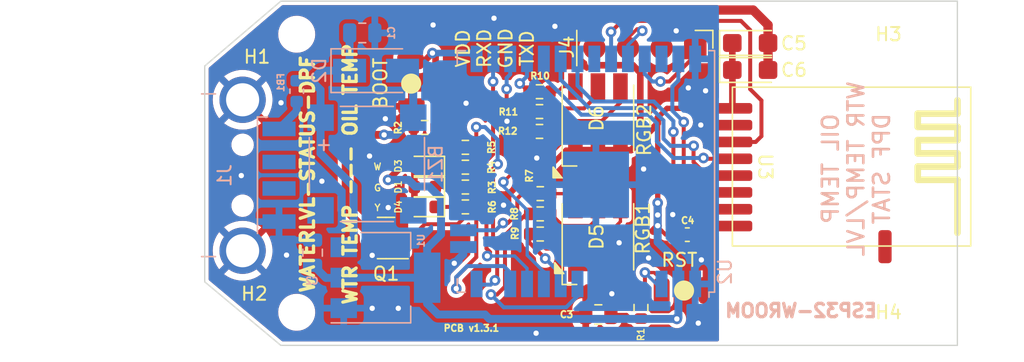
<source format=kicad_pcb>
(kicad_pcb (version 20211014) (generator pcbnew)
  (title_block (comment 4 "AISLER Project ID: KTAIEPWW"))
  (layers (0 "F.Cu" signal) (31 "B.Cu" signal) (34 "B.Paste" user) (35 "F.Paste" user) (36 "B.SilkS" user "B.Silkscreen") (37 "F.SilkS" user "F.Silkscreen") (38 "B.Mask" user) (39 "F.Mask" user) (44 "Edge.Cuts" user))
  (net 0 "")
  (net 1 "GND")
  (net 2 "/VIN")
  (net 3 "/3.3V")
  (net 4 "Net-(D1-Pad1)")
  (net 5 "Net-(BZ1-Pad2)")
  (net 6 "Net-(D3-Pad1)")
  (net 7 "Net-(D4-Pad1)")
  (net 8 "Net-(D5-Pad4)")
  (net 9 "Net-(D5-Pad5)")
  (net 10 "Net-(D5-Pad6)")
  (net 11 "Net-(D6-Pad4)")
  (net 12 "Net-(D6-Pad5)")
  (net 13 "Net-(D6-Pad6)")
  (net 14 "Net-(FB1-Pad1)")
  (net 17 "Net-(J2-Pad2)")
  (net 18 "Net-(J3-Pad2)")
  (net 19 "/STATUS_LED")
  (net 20 "Net-(Q1-Pad1)")
  (net 21 "/WATER_LED")
  (net 22 "/RGB1_G")
  (net 23 "/RGB1_R")
  (net 24 "/RGB1_B")
  (net 25 "/RGB2_G")
  (net 26 "/RGB2_R")
  (net 27 "/RGB2_B")
  (net 28 "Net-(J4-Pad1)")
  (net 29 "Net-(J4-Pad3)")
  (net 30 "/WARNING_BUZZER")
  (net 31 "/NRF_CSN")
  (net 32 "/NRF_SCK")
  (net 33 "/NRF_MOSI")
  (net 34 "/NRF_MISO")
  (net 38 "/NRF_CE")
  (net 40 "/DPF_LED")
  (footprint "mykicad_6:NRF24L01_SMD" (layer "F.Cu") (at 85.6068 25.796 -90)
    (fp_text reference "U3")
    (fp_text value "NRF24L01_SMD")
  )
  (footprint "Resistor_SMD:R_0603_1608Metric" (layer "F.Cu") (at 62.037489 21.640889)
    (fp_text reference "R11")
    (fp_text value "100")
  )
  (footprint "LED_SMD:LED_0603_1608Metric" (layer "F.Cu") (at 53.374989 28.840889 180)
    (fp_text reference "D4")
    (fp_text value "YELLOW_OIL_LED")
  )
  (footprint "MountingHole:MountingHole_2.2mm_M2_DIN965" (layer "F.Cu") (at 43.7 36.8)
    (fp_text reference "H2")
    (fp_text value "MountingHole")
  )
  (footprint "LED_SMD:LED_0603_1608Metric" (layer "F.Cu") (at 53.374989 27.340889 180)
    (fp_text reference "D1")
    (fp_text value "GREEN_LED")
  )
  (footprint "Resistor_SMD:R_0603_1608Metric" (layer "F.Cu") (at 56.437489 27.340889 180)
    (fp_text reference "R3")
    (fp_text value "220")
  )
  (footprint "Resistor_SMD:R_0603_1608Metric" (layer "F.Cu") (at 62.037489 23.140889)
    (fp_text reference "R12")
    (fp_text value "100")
  )
  (footprint "Resistor_SMD:R_0603_1608Metric" (layer "F.Cu") (at 62.037489 20.140889)
    (fp_text reference "R10")
    (fp_text value "100")
  )
  (footprint "LED_SMD:LED_0603_1608Metric" (layer "F.Cu") (at 53.374989 25.7556 180)
    (fp_text reference "D3")
    (fp_text value "WHITE_LED")
  )
  (footprint "MountingHole:MountingHole_2.2mm_M2_DIN965" (layer "F.Cu") (at 91.7 15.8)
    (fp_text reference "H3")
    (fp_text value "MountingHole")
  )
  (footprint "Resistor_SMD:R_0603_1608Metric" (layer "F.Cu") (at 56.437489 25.840889 180)
    (fp_text reference "R4")
    (fp_text value "220")
  )
  (footprint "Capacitor_Tantalum_SMD:CP_EIA-3216-18_Kemet-A" (layer "F.Cu") (at 77.95 16.46)
    (fp_text reference "C5")
    (fp_text value "22uF")
  )
  (footprint "Resistor_SMD:R_0603_1608Metric" (layer "F.Cu") (at 62.09 29.37)
    (fp_text reference "R8")
    (fp_text value "100")
  )
  (footprint "Resistor_SMD:R_0603_1608Metric" (layer "F.Cu") (at 62.095 27.84)
    (fp_text reference "R7")
    (fp_text value "100")
  )
  (footprint "Capacitor_SMD:C_0603_1608Metric" (layer "F.Cu") (at 73.2028 30.9372)
    (fp_text reference "C4")
    (fp_text value "100nF")
  )
  (footprint "Package_TO_SOT_SMD:SOT-23" (layer "F.Cu") (at 50.4444 31.1912 180)
    (fp_text reference "Q1")
    (fp_text value "BC848CLT1G")
  )
  (footprint "LED_SMD:LED_RGB_5050-6" (layer "F.Cu") (at 66.45 22.15 90)
    (fp_text reference "D6")
    (fp_text value "LED_RGB")
  )
  (footprint "Connector_PinHeader_2.54mm:PinHeader_1x04_P2.54mm_Vertical" (layer "F.Cu") (at 73.802489 16.840889 -90)
    (fp_text reference "J4")
    (fp_text value "UART")
  )
  (footprint "LED_SMD:LED_RGB_5050-6" (layer "F.Cu") (at 66.45 31.1 90)
    (fp_text reference "D5")
    (fp_text value "LED_RGB")
  )
  (footprint "Capacitor_Tantalum_SMD:CP_EIA-3216-18_Kemet-A" (layer "F.Cu") (at 77.95 18.5)
    (fp_text reference "C6")
    (fp_text value "22uF")
  )
  (footprint "MountingHole:MountingHole_2.2mm_M2_DIN965" (layer "F.Cu") (at 43.7 15.8)
    (fp_text reference "H1")
    (fp_text value "MountingHole")
  )
  (footprint "Resistor_SMD:R_0603_1608Metric" (layer "F.Cu") (at 56.437489 24.340889 180)
    (fp_text reference "R5")
    (fp_text value "100")
  )
  (footprint "Capacitor_SMD:C_0805_2012Metric" (layer "F.Cu") (at 66.48 36.97 180)
    (fp_text reference "C3")
    (fp_text value "10uF")
  )
  (footprint "my_kicad:B3U-1000P_Button" (layer "F.Cu") (at 72.962489 35.140889 180)
    (fp_text reference "J2" hide)
    (fp_text value "RST")
  )
  (footprint "MountingHole:MountingHole_2.2mm_M2_DIN965" (layer "F.Cu") (at 91.7 36.8)
    (fp_text reference "H4")
    (fp_text value "MountingHole")
  )
  (footprint "my_kicad:B3U-1000P_Button" (layer "F.Cu") (at 52.362489 19.540889 90)
    (fp_text reference "J3" hide)
    (fp_text value "BOOT")
  )
  (footprint "Resistor_SMD:R_0603_1608Metric" (layer "F.Cu") (at 62.09 30.89)
    (fp_text reference "R9")
    (fp_text value "100")
  )
  (footprint "Resistor_SMD:R_0603_1608Metric" (layer "F.Cu") (at 53.362489 22.840889)
    (fp_text reference "R2")
    (fp_text value "10k")
  )
  (footprint "Resistor_SMD:R_0603_1608Metric" (layer "F.Cu") (at 56.437489 28.840889 180)
    (fp_text reference "R6")
    (fp_text value "220")
  )
  (footprint "Resistor_SMD:R_0603_1608Metric" (layer "F.Cu") (at 69.7 36.45 90)
    (fp_text reference "R1")
    (fp_text value "10k")
  )
  (footprint "Capacitor_SMD:C_0805_2012Metric" (layer "B.Cu") (at 44.9 32.3 -90)
    (fp_text reference "C2")
    (fp_text value "10uF")
  )
  (footprint "RF_Module:ESP32-WROOM-32U" (layer "B.Cu") (at 65.54 26.16 90)
    (fp_text reference "U2")
    (fp_text value "ESP32-WROOM-32")
  )
  (footprint "Diode_SMD:D_SMA" (layer "B.Cu") (at 49.69 18.55)
    (fp_text reference "D2")
    (fp_text value "D")
  )
  (footprint "Buzzer_Beeper:PUIAudio_SMT_0825_S_4_R" (layer "B.Cu") (at 49 25.6 -90)
    (fp_text reference "BZ1")
    (fp_text value "Buzzer")
  )
  (footprint "mykicad_6:USB_A_CNCTech_1001-011-01101_Horizontal" (layer "B.Cu") (at 32.7134 26.45 180)
    (fp_text reference "J1")
    (fp_text value "USB_A")
  )
  (footprint "Inductor_SMD:L_0603_1608Metric" (layer "B.Cu") (at 43.7 20.1 90)
    (fp_text reference "FB1")
    (fp_text value "FerriteBead_Small")
  )
  (footprint "Package_TO_SOT_SMD:SOT-223-3_TabPin2" (layer "B.Cu") (at 50.4 34.1884)
    (fp_text reference "U1")
    (fp_text value "NCP1117-3.3_DPAK")
  )
  (footprint "Capacitor_SMD:C_0805_2012Metric" (layer "B.Cu") (at 48.65 15.7 180)
    (fp_text reference "C1")
    (fp_text value "10uF")
  )
  (gr_poly (pts (xy 63.825 33.85) (xy 63.2 33.85) (xy 63.2 33.075)) (layer "F.SilkS") (width 0.15) (fill solid))
  (gr_poly (pts (xy 63.7 26.625) (xy 63.075 26.625) (xy 63.075 25.85)) (layer "F.SilkS") (width 0.15) (fill solid))
  (gr_line (start 93.6 39.3) (end 93.6 13.3) (layer "Edge.Cuts") (width 0.1))
  (gr_line (start 36.75 34.5) (end 36.75 18.2) (layer "Edge.Cuts") (width 0.1))
  (gr_line (start 93.6 13.3) (end 42.5 13.3) (layer "Edge.Cuts") (width 0.1))
  (gr_line (start 36.75 18.2) (end 42.5 13.3) (layer "Edge.Cuts") (width 0.1))
  (gr_line (start 93.6 39.3) (end 42.5 39.3) (layer "Edge.Cuts") (width 0.1))
  (gr_line (start 42.5 39.3) (end 36.75 34.5) (layer "Edge.Cuts") (width 0.1))
  (gr_text "OIL TEMP\nWTR TEMP/LVL\nDPF STAT" (at 85.95 25.96 90) (layer "B.SilkS") (effects (font (size 1.2 1.2) (thickness 0.2)) (justify mirror)))
  (gr_text "ESP32-WROOM\n" (at 81.788 36.6776) (layer "B.SilkS") (effects (font (size 1 1) (thickness 0.25)) (justify mirror)))
  (gr_text "RGB2" (at 69.95 23.025 90) (layer "F.SilkS") (effects (font (size 1 1))))
  (gr_text "W" (at 49.8 25.8) (layer "F.SilkS") (effects (font (size 0.5 0.5) (thickness 0.1))))
  (gr_text "RST\n" (at 72.6 32.85) (layer "F.SilkS") (effects (font (size 1 1))))
  (gr_text "VDD\nRXD\nGND\nTXD\n" (at 58.674 16.8656 90) (layer "F.SilkS") (effects (font (size 1 1))))
  (gr_text "G\n" (at 49.8 27.4) (layer "F.SilkS") (effects (font (size 0.5 0.5) (thickness 0.1))))
  (gr_text "BOOT" (at 50.02 19.51 90) (layer "F.SilkS") (effects (font (size 1 1))))
  (gr_text "PCB v1.3.1\n" (at 56.896 38) (layer "F.SilkS") (effects (font (size 0.5 0.5) (thickness 0.125))))
  (gr_text "Y" (at 49.8 28.9) (layer "F.SilkS") (effects (font (size 0.5 0.5) (thickness 0.1))))
  (gr_text "RGB1\n" (at 69.85 30.45 90) (layer "F.SilkS") (effects (font (size 1 1))))
  (gr_text "WATERLVL-STATUS-DPF\n\nWTR TEMP --- OIL TEMP" (at 46.1264 26.3652 90) (layer "F.SilkS") (effects (font (size 1 1) (thickness 0.25))))
  (segment (start 73.6 29.64) (end 73.38 29.42) (width 0.25) (layer "F.Cu") (net 1))
  (segment (start 78.17 13.97) (end 75.06 13.97) (width 0.7) (layer "F.Cu") (net 1))
  (segment (start 73.9778 30.0178) (end 73.6 29.64) (width 0.25) (layer "F.Cu") (net 1))
  (segment (start 50.3936 22.183502) (end 51.419876 22.183502) (width 0.5) (layer "F.Cu") (net 1))
  (segment (start 50.61 28.89) (end 51.3819 29.6619) (width 0.3) (layer "F.Cu") (net 1))
  (segment (start 71.262489 16.640889) (end 72.362489 15.540889) (width 0.3) (layer "F.Cu") (net 1))
  (segment (start 79.3 15.1) (end 78.17 13.97) (width 0.7) (layer "F.Cu") (net 1))
  (segment (start 74.228 22.666) (end 74.2188 22.6568) (width 0.5) (layer "F.Cu") (net 1))
  (segment (start 74.662489 35.140889) (end 74.662489 36.987511) (width 0.6) (layer "F.Cu") (net 1))
  (segment (start 76.6068 22.666) (end 74.228 22.666) (width 0.5) (layer "F.Cu") (net 1))
  (segment (start 51.3819 29.6619) (end 51.3819 30.2412) (width 0.3) (layer "F.Cu") (net 1))
  (segment (start 79.3 18.5) (end 79.3 16.45) (width 0.7) (layer "F.Cu") (net 1))
  (segment (start 74.662489 35.140889) (end 74.662489 33.240889) (width 0.6) (layer "F.Cu") (net 1))
  (segment (start 73.9778 30.9372) (end 73.9778 30.0178) (width 0.25) (layer "F.Cu") (net 1))
  (segment (start 71.262489 16.840889) (end 71.262489 16.640889) (width 0.3) (layer "F.Cu") (net 1))
  (segment (start 51.419876 22.183502) (end 52.362489 21.240889) (width 0.5) (layer "F.Cu") (net 1))
  (segment (start 73.38 29.42) (end 72.1 29.42) (width 0.25) (layer "F.Cu") (net 1))
  (segment (start 74.662489 33.240889) (end 74.262489 32.840889) (width 0.6) (layer "F.Cu") (net 1))
  (segment (start 74.662489 36.987511) (end 73.91 37.86) (width 0.6) (layer "F.Cu") (net 1))
  (segment (start 79.3 16.45) (end 79.3 15.1) (width 0.7) (layer "F.Cu") (net 1))
  (via (at 49.2 25) (size 0.8) (drill 0.4) (layers "F.Cu" "B.Cu") (net 1))
  (via (at 73.276489 19.852889) (size 0.8) (drill 0.4) (layers "F.Cu" "B.Cu") (net 1))
  (via (at 72.362489 15.540889) (size 0.8) (drill 0.4) (layers "F.Cu" "B.Cu") (net 1))
  (via (at 59.58 22.37) (size 0.8) (drill 0.4) (layers "F.Cu" "B.Cu") (net 1))
  (via (at 42.93 32.48) (size 0.8) (drill 0.4) (layers "F.Cu" "B.Cu") (net 1))
  (via (at 51.37 36.5) (size 0.8) (drill 0.4) (layers "F.Cu" "B.Cu") (net 1))
  (via (at 72.1 29.42) (size 0.8) (drill 0.4) (layers "F.Cu" "B.Cu") (net 1))
  (via (at 74.2188 22.6568) (size 0.8) (drill 0.4) (layers "F.Cu" "B.Cu") (net 1))
  (via (at 55.6 33.1) (size 0.8) (drill 0.4) (layers "F.Cu" "B.Cu") (net 1))
  (via (at 39.5134 26.475) (size 0.8) (drill 0.4) (layers "F.Cu" "B.Cu") (net 1))
  (via (at 56.49 21.01) (size 0.8) (drill 0.4) (layers "F.Cu" "B.Cu") (net 1))
  (via (at 45.6 26.9) (size 0.8) (drill 0.4) (layers "F.Cu" "B.Cu") (net 1))
  (via (at 63.2 15.2) (size 0.8) (drill 0.4) (layers "F.Cu" "B.Cu") (net 1))
  (via (at 58.6 14.59) (size 0.8) (drill 0.4) (layers "F.Cu" "B.Cu") (net 1))
  (via (at 50.3936 22.183502) (size 0.8) (drill 0.4) (layers "F.Cu" "B.Cu") (net 1))
  (via (at 50.61 28.89) (size 0.8) (drill 0.4) (layers "F.Cu" "B.Cu") (net 1))
  (via (at 67.5 35.4) (size 0.8) (drill 0.4) (layers "F.Cu" "B.Cu") (net 1))
  (via (at 49.4 32.5) (size 0.8) (drill 0.4) (layers "F.Cu" "B.Cu") (net 1))
  (via (at 68.05 31.55) (size 0.8) (drill 0.4) (layers "F.Cu" "B.Cu") (net 1))
  (via (at 59.32 28.71) (size 0.8) (drill 0.4) (layers "F.Cu" "B.Cu") (net 1))
  (via (at 42.5134 20.975) (size 0.8) (drill 0.4) (layers "F.Cu" "B.Cu") (net 1))
  (via (at 69.9 25.98) (size 0.8) (drill 0.4) (layers "F.Cu" "B.Cu") (net 1))
  (via (at 61.83 25.15) (size 0.8) (drill 0.4) (layers "F.Cu" "B.Cu") (net 1))
  (via (at 74.262489 32.840889) (size 0.8) (drill 0.4) (layers "F.Cu" "B.Cu") (net 1))
  (via (at 49.4 36.5) (size 0.8) (drill 0.4) (layers "F.Cu" "B.Cu") (net 1))
  (via (at 74.58 20.07) (size 0.8) (drill 0.4) (layers "F.Cu" "B.Cu") (net 1))
  (via (at 70.275 32.7) (size 0.8) (drill 0.4) (layers "F.Cu" "B.Cu") (net 1))
  (via (at 74.03 37.62) (size 0.8) (drill 0.4) (layers "F.Cu" "B.Cu") (net 1))
  (via (at 54 15.1) (size 0.8) (drill 0.4) (layers "F.Cu" "B.Cu") (net 1))
  (via (at 61.78 38.38) (size 0.8) (drill 0.4) (layers "F.Cu" "B.Cu") (net 1))
  (segment (start 73.767489 35.165889) (end 73.767489 33.335889) (width 0.6) (layer "B.Cu") (net 1))
  (segment (start 56.277 32.423) (end 55.6 33.1) (width 0.6) (layer "B.Cu") (net 1))
  (segment (start 73.767489 33.335889) (end 74.262489 32.840889) (width 0.6) (layer "B.Cu") (net 1))
  (segment (start 73.795 19.334378) (end 73.276489 19.852889) (width 0.3) (layer "B.Cu") (net 1))
  (segment (start 56.277 31.9278) (end 56.277 32.423) (width 0.6) (layer "B.Cu") (net 1))
  (segment (start 73.795 17.66) (end 73.795 19.334378) (width 0.3) (layer "B.Cu") (net 1))
  (segment (start 43.7125 19.3) (end 43.7 19.3125) (width 0.6) (layer "B.Cu") (net 2))
  (segment (start 45.5 22.1) (end 45.5 20) (width 0.6) (layer "B.Cu") (net 2))
  (segment (start 48 27.3) (end 48 31.1384) (width 0.6) (layer "B.Cu") (net 2))
  (segment (start 45.5 24.8) (end 48 27.3) (width 0.6) (layer "B.Cu") (net 2))
  (segment (start 47.69 15.71) (end 47.7 15.7) (width 0.6) (layer "B.Cu") (net 2))
  (segment (start 45.5 20) (end 44.8 19.3) (width 0.6) (layer "B.Cu") (net 2))
  (segment (start 44.8 19.3) (end 43.7125 19.3) (width 0.6) (layer "B.Cu") (net 2))
  (segment (start 45.5 22.1) (end 45.5 24.8) (width 0.6) (layer "B.Cu") (net 2))
  (segment (start 48 31.1384) (end 47.25 31.8884) (width 0.6) (layer "B.Cu") (net 2))
  (segment (start 45.55 18.55) (end 44.8 19.3) (width 0.6) (layer "B.Cu") (net 2))
  (segment (start 47.69 18.55) (end 45.55 18.55) (width 0.6) (layer "B.Cu") (net 2))
  (segment (start 47.69 18.55) (end 47.69 15.71) (width 0.6) (layer "B.Cu") (net 2))
  (segment (start 69.725 37.3) (end 72.41 37.3) (width 0.25) (layer "F.Cu") (net 3))
  (segment (start 69.65 23.85) (end 68.95 24.55) (width 0.5) (layer "F.Cu") (net 3))
  (segment (start 66.45 24.55) (end 64.75 24.55) (width 0.5) (layer "F.Cu") (net 3))
  (segment (start 70.962489 29.557511) (end 70.962489 28.540889) (width 0.6) (layer "F.Cu") (net 3))
  (segment (start 68.15 24.55) (end 66.45 24.55) (width 0.5) (layer "F.Cu") (net 3))
  (segment (start 68.95 24.55) (end 68.15 24.55) (width 0.5) (layer "F.Cu") (net 3))
  (segment (start 76.6 16.45) (end 76.6 18.5) (width 0.5) (layer "F.Cu") (net 3))
  (segment (start 69.65 23.85) (end 70.9676 22.5324) (width 0.5) (layer "F.Cu") (net 3))
  (segment (start 68.925 37.275) (end 69.7 37.275) (width 0.25) (layer "F.Cu") (net 3))
  (segment (start 64.04 31.94) (end 64.75 32.65) (width 0.4) (layer "F.Cu") (net 3))
  (segment (start 62.09 26.51) (end 62.09 31.48) (width 0.4) (layer "F.Cu") (net 3))
  (segment (start 76.6068 18.5068) (end 76.6 18.5) (width 0.5) (layer "F.Cu") (net 3))
  (segment (start 76.6068 21.396) (end 76.6068 18.5068) (width 0.5) (layer "F.Cu") (net 3))
  (segment (start 52.537489 25.7056) (end 52.587489 25.7556) (width 0.5) (layer "F.Cu") (net 3))
  (segment (start 52.587489 25.7556) (end 52.587489 27.340889) (width 0.5) (layer "F.Cu") (net 3))
  (segment (start 64.75 24.55) (end 64.05 24.55) (width 0.4) (layer "F.Cu") (net 3))
  (segment (start 70.9676 22.098) (end 70.9676 28.535778) (width 0.4) (layer "F.Cu") (net 3))
  (segment (start 70.64 30.66) (end 70.962489 30.337511) (width 0.6) (layer "F.Cu") (net 3))
  (segment (start 71.6696 21.396) (end 70.9676 22.098) (width 0.4) (layer "F.Cu") (net 3))
  (segment (start 69.65 18.7) (end 69.65 23.85) (width 0.5) (layer "F.Cu") (net 3))
  (segment (start 67.43 36.97) (end 68.62 36.97) (width 0.25) (layer "F.Cu") (net 3))
  (segment (start 66.182489 16.840889) (end 66.182489 17.842489) (width 0.5) (layer "F.Cu") (net 3))
  (segment (start 62.09 31.48) (end 62.55 31.94) (width 0.4) (layer "F.Cu") (net 3))
  (segment (start 64.05 24.55) (end 62.09 26.51) (width 0.4) (layer "F.Cu") (net 3))
  (segment (start 64.75 33.5) (end 66.45 33.5) (width 0.4) (layer "F.Cu") (net 3))
  (segment (start 69.7 37.275) (end 69.725 37.3) (width 0.25) (layer "F.Cu") (net 3))
  (segment (start 64.75 32.65) (end 64.75 33.5) (width 0.4) (layer "F.Cu") (net 3))
  (segment (start 71.562178 30.9372) (end 70.962489 30.337511) (width 0.3) (layer "F.Cu") (net 3))
  (segment (start 76.6068 21.396) (end 71.6696 21.396) (width 0.4) (layer "F.Cu") (net 3))
  (segment (start 62.55 31.94) (end 64.04 31.94) (width 0.4) (layer "F.Cu") (net 3))
  (segment (start 51.6444 25.7556) (end 52.587489 25.7556) (width 0.5) (layer "F.Cu") (net 3))
  (segment (start 66.182489 17.842489) (end 66.480889 18.140889) (width 0.5) (layer "F.Cu") (net 3))
  (segment (start 50.6 26.8) (end 51.6444 25.7556) (width 0.5) (layer "F.Cu") (net 3))
  (segment (start 72.4278 30.9372) (end 71.562178 30.9372) (width 0.3) (layer "F.Cu") (net 3))
  (segment (start 66.45 33.5) (end 68.15 33.5) (width 0.4) (layer "F.Cu") (net 3))
  (segment (start 70.962489 30.337511) (end 70.962489 30.257511) (width 0.6) (layer "F.Cu") (net 3))
  (segment (start 69.090889 18.140889) (end 69.65 18.7) (width 0.5) (layer "F.Cu") (net 3))
  (segment (start 68.62 36.97) (end 68.925 37.275) (width 0.25) (layer "F.Cu") (net 3))
  (segment (start 52.537489 22.840889) (end 52.537489 25.7056) (width 0.5) (layer "F.Cu") (net 3))
  (segment (start 70.962489 30.257511) (end 70.962489 29.557511) (width 0.6) (layer "F.Cu") (net 3))
  (segment (start 52.587489 28.840889) (end 52.587489 27.340889) (width 0.5) (layer "F.Cu") (net 3))
  (segment (start 66.480889 18.140889) (end 69.090889 18.140889) (width 0.5) (layer "F.Cu") (net 3))
  (segment (start 70.9676 28.535778) (end 70.962489 28.540889) (width 0.4) (layer "F.Cu") (net 3))
  (segment (start 70.9676 22.5324) (end 70.9676 22.098) (width 0.5) (layer "F.Cu") (net 3))
  (via (at 70.962489 30.257511) (size 0.6) (drill 0.4) (layers "F.Cu" "B.Cu") (net 3))
  (via (at 50.6 26.8) (size 0.8) (drill 0.4) (layers "F.Cu" "B.Cu") (net 3))
  (via (at 72.41 37.3) (size 0.8) (drill 0.4) (layers "F.Cu" "B.Cu") (net 3))
  (via (at 70.962489 29.45) (size 0.6) (drill 0.4) (layers "F.Cu" "B.Cu") (net 3))
  (via (at 70.962489 28.540889) (size 0.8) (drill 0.4) (layers "F.Cu" "B.Cu") (net 3))
  (segment (start 72.53 37.18) (end 72.53 34.665) (width 0.6) (layer "B.Cu") (net 3))
  (segment (start 52.6492 27.3) (end 53.699022 27.3) (width 0.6) (layer "B.Cu") (net 3))
  (segment (start 72.525 33.06) (end 70.962489 31.497489) (width 0.6) (layer "B.Cu") (net 3))
  (segment (start 50.6 26.8) (end 52.1492 26.8) (width 0.6) (layer "B.Cu") (net 3))
  (segment (start 70.962489 31.497489) (end 70.962489 28.540889) (width 0.6) (layer "B.Cu") (net 3))
  (segment (start 47.2384 34.2) (end 47.25 34.1884) (width 0.6) (layer "B.Cu") (net 3))
  (segment (start 52.1492 26.8) (end 52.6492 27.3) (width 0.6) (layer "B.Cu") (net 3))
  (segment (start 53.55 36.14) (end 53.55 34.1884) (width 0.6) (layer "B.Cu") (net 3))
  (segment (start 45.9 34.2) (end 47.2384 34.2) (width 0.6) (layer "B.Cu") (net 3))
  (segment (start 72.525 34.66) (end 72.525 33.06) (width 0.6) (layer "B.Cu") (net 3))
  (segment (start 54.38 36.97) (end 53.55 36.14) (width 0.6) (layer "B.Cu") (net 3))
  (segment (start 54.6 30.91) (end 53.55 31.96) (width 0.6) (layer "B.Cu") (net 3))
  (segment (start 53.699022 27.3) (end 54.6 28.200978) (width 0.6) (layer "B.Cu") (net 3))
  (segment (start 54.6 28.200978) (end 54.6 30.91) (width 0.6) (layer "B.Cu") (net 3))
  (segment (start 72.41 37.3) (end 72.53 37.18) (width 0.6) (layer "B.Cu") (net 3))
  (segment (start 72.41 37.3) (end 58.25 37.3) (width 0.6) (layer "B.Cu") (net 3))
  (segment (start 47.25 34.1884) (end 53.55 34.1884) (width 0.6) (layer "B.Cu") (net 3))
  (segment (start 44.95 33.25) (end 45.9 34.2) (width 0.6) (layer "B.Cu") (net 3))
  (segment (start 58.25 37.3) (end 57.92 36.97) (width 0.6) (layer "B.Cu") (net 3))
  (segment (start 53.55 31.96) (end 53.55 34.1884) (width 0.6) (layer "B.Cu") (net 3))
  (segment (start 44.9 33.25) (end 44.95 33.25) (width 0.6) (layer "B.Cu") (net 3))
  (segment (start 57.92 36.97) (end 54.38 36.97) (width 0.6) (layer "B.Cu") (net 3))
  (segment (start 54.162489 27.340889) (end 55.612489 27.340889) (width 0.3) (layer "F.Cu") (net 4))
  (segment (start 47.4 24.5) (end 47.4 29.0843) (width 0.6) (layer "F.Cu") (net 5))
  (segment (start 47.4 29.0843) (end 49.5069 31.1912) (width 0.6) (layer "F.Cu") (net 5))
  (segment (start 50.3 23.4) (end 48.5 23.4) (width 0.6) (layer "F.Cu") (net 5))
  (segment (start 48.5 23.4) (end 47.4 24.5) (width 0.6) (layer "F.Cu") (net 5))
  (via (at 50.3 23.4) (size 0.8) (drill 0.4) (layers "F.Cu" "B.Cu") (net 5))
  (segment (start 51.69 18.55) (end 52.5 19.36) (width 0.6) (layer "B.Cu") (net 5))
  (segment (start 52.5 19.36) (end 52.5 22.1) (width 0.6) (layer "B.Cu") (net 5))
  (segment (start 52.5 22.1) (end 51.2 23.4) (width 0.6) (layer "B.Cu") (net 5))
  (segment (start 51.2 23.4) (end 50.3 23.4) (width 0.6) (layer "B.Cu") (net 5))
  (segment (start 54.856311 24.340889) (end 55.612489 24.340889) (width 0.5) (layer "F.Cu") (net 6))
  (segment (start 54.162489 25.034711) (end 54.856311 24.340889) (width 0.5) (layer "F.Cu") (net 6))
  (segment (start 54.162489 25.7556) (end 54.162489 25.034711) (width 0.5) (layer "F.Cu") (net 6))
  (segment (start 55.612489 28.840889) (end 54.162489 28.840889) (width 0.3) (layer "F.Cu") (net 7))
  (segment (start 67.21 30.89) (end 68.15 29.95) (width 0.25) (layer "F.Cu") (net 8))
  (segment (start 68.15 29.95) (end 68.15 28.7) (width 0.25) (layer "F.Cu") (net 8))
  (segment (start 62.915 30.89) (end 67.21 30.89) (width 0.25) (layer "F.Cu") (net 8))
  (segment (start 63.795 30.25) (end 65.85 30.25) (width 0.25) (layer "F.Cu") (net 9))
  (segment (start 62.915 29.37) (end 63.795 30.25) (width 0.25) (layer "F.Cu") (net 9))
  (segment (start 66.45 29.65) (end 66.45 28.7) (width 0.25) (layer "F.Cu") (net 9))
  (segment (start 65.85 30.25) (end 66.45 29.65) (width 0.25) (layer "F.Cu") (net 9))
  (segment (start 63.89 27.84) (end 64.75 28.7) (width 0.25) (layer "F.Cu") (net 10))
  (segment (start 62.92 27.84) (end 63.89 27.84) (width 0.25) (layer "F.Cu") (net 10))
  (segment (start 66.75 22.35) (end 68.15 20.95) (width 0.3) (layer "F.Cu") (net 11))
  (segment (start 68.15 20.95) (end 68.15 19.75) (width 0.3) (layer "F.Cu") (net 11))
  (segment (start 64.12 22.35) (end 66.75 22.35) (width 0.3) (layer "F.Cu") (net 11))
  (segment (start 62.862489 23.140889) (end 63.329111 23.140889) (width 0.3) (layer "F.Cu") (net 11))
  (segment (start 63.329111 23.140889) (end 64.12 22.35) (width 0.3) (layer "F.Cu") (net 11))
  (segment (start 62.862489 21.640889) (end 63.103378 21.4) (width 0.3) (layer "F.Cu") (net 12))
  (segment (start 62.862489 21.640889) (end 62.8716 21.65) (width 0.3) (layer "F.Cu") (net 12))
  (segment (start 66.45 20.35) (end 66.45 19.75) (width 0.3) (layer "F.Cu") (net 12))
  (segment (start 65.4 21.4) (end 66.45 20.35) (width 0.3) (layer "F.Cu") (net 12))
  (segment (start 63.103378 21.4) (end 65.4 21.4) (width 0.3) (layer "F.Cu") (net 12))
  (segment (start 63.409111 20.140889) (end 63.8 19.75) (width 0.25) (layer "F.Cu") (net 13))
  (segment (start 62.862489 20.140889) (end 63.409111 20.140889) (width 0.25) (layer "F.Cu") (net 13))
  (segment (start 63.8 19.75) (end 64.75 19.75) (width 0.25) (layer "F.Cu") (net 13))
  (segment (start 43.7 20.8875) (end 43.7 21.6134) (width 0.6) (layer "B.Cu") (net 14))
  (segment (start 43.7 21.6134) (end 42.3634 22.95) (width 0.6) (layer "B.Cu") (net 14))
  (segment (start 71.262489 34.362489) (end 70.7 33.8) (width 0.25) (layer "F.Cu") (net 17))
  (segment (start 71.262489 35.210889) (end 71.262489 34.362489) (width 0.25) (layer "F.Cu") (net 17))
  (segment (start 70 33.8) (end 70 35.325) (width 0.3) (layer "F.Cu") (net 17))
  (segment (start 70.7 33.8) (end 70 33.8) (width 0.25) (layer "F.Cu") (net 17))
  (segment (start 70 35.325) (end 69.7 35.625) (width 0.3) (layer "F.Cu") (net 17))
  (via (at 70 33.8) (size 0.8) (drill 0.4) (layers "F.Cu" "B.Cu") (net 17))
  (segment (start 70.86 34.66) (end 70 33.8) (width 0.25) (layer "B.Cu") (net 17))
  (segment (start 71.255 34.66) (end 70.86 34.66) (width 0.25) (layer "B.Cu") (net 17))
  (segment (start 53.329911 17.840889) (end 52.292489 17.840889) (width 0.5) (layer "F.Cu") (net 18))
  (segment (start 54.187489 17.459089) (end 54.187489 22.840889) (width 0.5) (layer "F.Cu") (net 18))
  (segment (start 53.9496 17.2212) (end 54.187489 17.459089) (width 0.5) (layer "F.Cu") (net 18))
  (segment (start 53.9496 17.2212) (end 53.329911 17.840889) (width 0.5) (layer "F.Cu") (net 18))
  (via (at 53.9496 17.2212) (size 0.8) (drill 0.4) (layers "F.Cu" "B.Cu") (net 18))
  (segment (start 56.8462 17.2212) (end 57.285 17.66) (width 0.5) (layer "B.Cu") (net 18))
  (segment (start 53.9496 17.2212) (end 56.8462 17.2212) (width 0.5) (layer "B.Cu") (net 18))
  (segment (start 58.03 31.979057) (end 58.03 27.7084) (width 0.3) (layer "F.Cu") (net 19))
  (segment (start 57.662489 27.340889) (end 57.262489 27.340889) (width 0.3) (layer "F.Cu") (net 19))
  (segment (start 58.03 27.7084) (end 57.662489 27.340889) (width 0.3) (layer "F.Cu") (net 19))
  (segment (start 58.09 32.476835) (end 58.308889 32.257946) (width 0.25) (layer "F.Cu") (net 19))
  (segment (start 58.09 32.55) (end 58.09 32.476835) (width 0.25) (layer "F.Cu") (net 19))
  (segment (start 58.308889 32.257946) (end 58.03 31.979057) (width 0.3) (layer "F.Cu") (net 19))
  (via (at 58.09 32.55) (size 0.8) (drill 0.4) (layers "F.Cu" "B.Cu") (net 19))
  (segment (start 61.095 34.66) (end 61.095 33.485) (width 0.25) (layer "B.Cu") (net 19))
  (segment (start 60.16 32.55) (end 58.09 32.55) (width 0.25) (layer "B.Cu") (net 19))
  (segment (start 61.095 33.485) (end 60.16 32.55) (width 0.25) (layer "B.Cu") (net 19))
  (segment (start 56.43 26.6584) (end 56.43 29.5744) (width 0.3) (layer "F.Cu") (net 20))
  (segment (start 55.855809 30.148591) (end 53.374509 30.148591) (width 0.3) (layer "F.Cu") (net 20))
  (segment (start 53.374509 30.148591) (end 51.3819 32.1412) (width 0.3) (layer "F.Cu") (net 20))
  (segment (start 56.43 29.5744) (end 55.855809 30.148591) (width 0.3) (layer "F.Cu") (net 20))
  (segment (start 55.612489 25.840889) (end 56.43 26.6584) (width 0.3) (layer "F.Cu") (net 20))
  (segment (start 58.84 32.081951) (end 58.53 31.771951) (width 0.3) (layer "F.Cu") (net 21))
  (segment (start 58.674 34.3916) (end 58.84 34.2256) (width 0.3) (layer "F.Cu") (net 21))
  (segment (start 58.84 34.2256) (end 58.84 32.081951) (width 0.3) (layer "F.Cu") (net 21))
  (segment (start 58.53 25.9504) (end 58.8772 25.6032) (width 0.3) (layer "F.Cu") (net 21))
  (segment (start 58.53 31.771951) (end 58.53 25.9504) (width 0.3) (layer "F.Cu") (net 21))
  (segment (start 57.26 22.81) (end 57.262489 22.812489) (width 0.3) (layer "F.Cu") (net 21))
  (segment (start 57.262489 22.812489) (end 57.262489 24.340889) (width 0.3) (layer "F.Cu") (net 21))
  (via (at 58.8772 25.6032) (size 0.8) (drill 0.4) (layers "F.Cu" "B.Cu") (net 21))
  (via (at 57.26 22.81) (size 0.8) (drill 0.4) (layers "F.Cu" "B.Cu") (net 21))
  (via (at 58.674 34.3916) (size 0.8) (drill 0.4) (layers "F.Cu" "B.Cu") (net 21))
  (segment (start 57.26 22.81) (end 57.92 22.81) (width 0.3) (layer "B.Cu") (net 21))
  (segment (start 57.277 34.7128) (end 58.3528 34.7128) (width 0.3) (layer "B.Cu") (net 21))
  (segment (start 58.3528 34.7128) (end 58.674 34.3916) (width 0.3) (layer "B.Cu") (net 21))
  (segment (start 58.8772 23.7672) (end 58.8772 25.6032) (width 0.3) (layer "B.Cu") (net 21))
  (segment (start 57.92 22.81) (end 58.8772 23.7672) (width 0.3) (layer "B.Cu") (net 21))
  (segment (start 59.2795 30.06) (end 59.642894 30.06) (width 0.3) (layer "F.Cu") (net 22))
  (segment (start 60.36 29.342894) (end 60.36 28.21) (width 0.3) (layer "F.Cu") (net 22))
  (segment (start 59.642894 30.06) (end 60.36 29.342894) (width 0.3) (layer "F.Cu") (net 22))
  (segment (start 60.73 27.84) (end 61.27 27.84) (width 0.3) (layer "F.Cu") (net 22))
  (segment (start 60.36 28.21) (end 60.73 27.84) (width 0.3) (layer "F.Cu") (net 22))
  (via (at 59.2795 30.06) (size 0.8) (drill 0.4) (layers "F.Cu" "B.Cu") (net 22))
  (segment (start 58.7345 30.605) (end 56.285 30.605) (width 0.3) (layer "B.Cu") (net 22))
  (segment (start 59.2795 30.06) (end 58.7345 30.605) (width 0.3) (layer "B.Cu") (net 22))
  (segment (start 59.43 30.98) (end 61.04 29.37) (width 0.3) (layer "F.Cu") (net 23))
  (segment (start 61.04 29.37) (end 61.265 29.37) (width 0.3) (layer "F.Cu") (net 23))
  (segment (start 58.827908 35.462092) (end 59.43 34.86) (width 0.3) (layer "F.Cu") (net 23))
  (segment (start 59.43 34.86) (end 59.43 30.98) (width 0.3) (layer "F.Cu") (net 23))
  (segment (start 58.370486 35.462092) (end 58.827908 35.462092) (width 0.3) (layer "F.Cu") (net 23))
  (via (at 58.370486 35.462092) (size 0.8) (drill 0.4) (layers "F.Cu" "B.Cu") (net 23))
  (segment (start 64.905 34.66) (end 64.905 35.57057) (width 0.3) (layer "B.Cu") (net 23))
  (segment (start 59.331994 36.4236) (end 58.370486 35.462092) (width 0.3) (layer "B.Cu") (net 23))
  (segment (start 64.05197 36.4236) (end 59.331994 36.4236) (width 0.3) (layer "B.Cu") (net 23))
  (segment (start 64.905 35.57057) (end 64.05197 36.4236) (width 0.3) (layer "B.Cu") (net 23))
  (segment (start 62.47 32.74) (end 61.265 31.535) (width 0.3) (layer "F.Cu") (net 24))
  (segment (start 61.265 31.535) (end 61.265 30.89) (width 0.3) (layer "F.Cu") (net 24))
  (via (at 62.47 32.74) (size 0.8) (drill 0.4) (layers "F.Cu" "B.Cu") (net 24))
  (segment (start 63.635 33.905) (end 63.635 34.66) (width 0.3) (layer "B.Cu") (net 24))
  (segment (start 62.47 32.74) (end 63.635 33.905) (width 0.3) (layer "B.Cu") (net 24))
  (segment (start 60.546989 19.52112) (end 60.59272 19.52112) (width 0.3) (layer "F.Cu") (net 25))
  (segment (start 60.59272 19.52112) (end 61.212489 20.140889) (width 0.3) (layer "F.Cu") (net 25))
  (via (at 60.546989 19.52112) (size 0.8) (drill 0.4) (layers "F.Cu" "B.Cu") (net 25))
  (segment (start 61.087 18.981109) (end 60.546989 19.52112) (width 0.3) (layer "B.Cu") (net 25))
  (segment (start 61.087 17.7128) (end 61.087 18.981109) (width 0.3) (layer "B.Cu") (net 25))
  (segment (start 59.555878 19.930512) (end 59.555878 21.034278) (width 0.3) (layer "F.Cu") (net 26))
  (segment (start 60.162489 21.640889) (end 61.212489 21.640889) (width 0.3) (layer "F.Cu") (net 26))
  (segment (start 59.555878 21.034278) (end 60.162489 21.640889) (width 0.3) (layer "F.Cu") (net 26))
  (via (at 59.555878 19.930512) (size 0.8) (drill 0.4) (layers "F.Cu" "B.Cu") (net 26))
  (segment (start 59.825 18.825) (end 59.825 17.66) (width 0.3) (layer "B.Cu") (net 26))
  (segment (start 59.555878 19.930512) (end 59.555878 19.094122) (width 0.3) (layer "B.Cu") (net 26))
  (segment (start 59.555878 19.094122) (end 59.825 18.825) (width 0.3) (layer "B.Cu") (net 26))
  (segment (start 60.16 26.11) (end 60.16 24.193378) (width 0.25) (layer "F.Cu") (net 27))
  (segment (start 59.31 26.96) (end 60.16 26.11) (width 0.25) (layer "F.Cu") (net 27))
  (segment (start 60.16 24.193378) (end 61.212489 23.140889) (width 0.25) (layer "F.Cu") (net 27))
  (via (at 59.31 26.96) (size 0.8) (drill 0.4) (layers "F.Cu" "B.Cu") (net 27))
  (segment (start 59.31 27.29) (end 61.11 29.09) (width 0.25) (layer "B.Cu") (net 27))
  (segment (start 62.365 34.66) (end 62.365 33.745) (width 0.3) (layer "B.Cu") (net 27))
  (segment (start 61.11 29.09) (end 61.11 32.49) (width 0.25) (layer "B.Cu") (net 27))
  (segment (start 61.11 32.49) (end 62.365 33.745) (width 0.25) (layer "B.Cu") (net 27))
  (segment (start 59.31 26.96) (end 59.31 27.29) (width 0.25) (layer "B.Cu") (net 27))
  (segment (start 71.833378 19.37) (end 73.802489 17.400889) (width 0.3) (layer "F.Cu") (net 28))
  (segment (start 73.802489 17.400889) (end 73.802489 16.840889) (width 0.3) (layer "F.Cu") (net 28))
  (segment (start 71.17 19.37) (end 71.833378 19.37) (width 0.3) (layer "F.Cu") (net 28))
  (via (at 71.17 19.37) (size 0.8) (drill 0.4) (layers "F.Cu" "B.Cu") (net 28))
  (segment (start 70.56 19.37) (end 69.985 18.795) (width 0.3) (layer "B.Cu") (net 28))
  (segment (start 69.985 18.795) (end 69.985 17.66) (width 0.3) (layer "B.Cu") (net 28))
  (segment (start 71.17 19.37) (end 70.56 19.37) (width 0.3) (layer "B.Cu") (net 28))
  (segment (start 69.4 15.4) (end 68.722489 16.077511) (width 0.25) (layer "F.Cu") (net 29))
  (segment (start 69.6605 15.4) (end 69.4 15.4) (width 0.25) (layer "F.Cu") (net 29))
  (segment (start 68.722489 16.077511) (end 68.722489 16.840889) (width 0.25) (layer "F.Cu") (net 29))
  (segment (start 69.8 15.5395) (end 69.6605 15.4) (width 0.25) (layer "F.Cu") (net 29))
  (via (at 69.8 15.5395) (size 0.8) (drill 0.4) (layers "F.Cu" "B.Cu") (net 29))
  (segment (start 69.8 15.5395) (end 68.715 16.6245) (width 0.25) (layer "B.Cu") (net 29))
  (segment (start 68.715 16.6245) (end 68.715 17.66) (width 0.25) (layer "B.Cu") (net 29))
  (segment (start 58.53 24.87) (end 58.53 19.37) (width 0.3) (layer "F.Cu") (net 30))
  (segment (start 57.262489 25.840889) (end 57.559111 25.840889) (width 0.3) (layer "F.Cu") (net 30))
  (segment (start 57.559111 25.840889) (end 58.53 24.87) (width 0.3) (layer "F.Cu") (net 30))
  (via (at 58.53 19.37) (size 0.8) (drill 0.4) (layers "F.Cu" "B.Cu") (net 30))
  (segment (start 58.53 17.685) (end 58.555 17.66) (width 0.3) (layer "B.Cu") (net 30))
  (segment (start 58.53 19.37) (end 58.53 17.685) (width 0.3) (layer "B.Cu") (net 30))
  (segment (start 74.422 25.146) (end 74.482 25.206) (width 0.3) (layer "F.Cu") (net 31))
  (segment (start 74.482 25.206) (end 76.6068 25.206) (width 0.3) (layer "F.Cu") (net 31))
  (via (at 74.422 25.146) (size 0.8) (drill 0.4) (layers "F.Cu" "B.Cu") (net 31))
  (segment (start 65.19784 21.87784) (end 70.256521 21.87784) (width 0.3) (layer "B.Cu") (net 31))
  (segment (start 70.9 23.898398) (end 72.147602 25.146) (width 0.3) (layer "B.Cu") (net 31))
  (segment (start 62.357 19.037) (end 65.19784 21.87784) (width 0.3) (layer "B.Cu") (net 31))
  (segment (start 70.9 22.521319) (end 70.9 23.898398) (width 0.3) (layer "B.Cu") (net 31))
  (segment (start 70.256521 21.87784) (end 70.9 22.521319) (width 0.3) (layer "B.Cu") (net 31))
  (segment (start 72.147602 25.146) (end 74.422 25.146) (width 0.3) (layer "B.Cu") (net 31))
  (segment (start 62.357 17.7128) (end 62.357 19.037) (width 0.3) (layer "B.Cu") (net 31))
  (segment (start 73.672 25.456661) (end 74.691339 26.476) (width 0.3) (layer "F.Cu") (net 32))
  (segment (start 74.691339 26.476) (end 76.6068 26.476) (width 0.3) (layer "F.Cu") (net 32))
  (segment (start 73.672 24.238) (end 73.672 25.456661) (width 0.3) (layer "F.Cu") (net 32))
  (segment (start 73.68 24.23) (end 73.672 24.238) (width 0.3) (layer "F.Cu") (net 32))
  (via (at 73.68 24.23) (size 0.8) (drill 0.4) (layers "F.Cu" "B.Cu") (net 32))
  (segment (start 71.4 23.69197) (end 71.4 22.314213) (width 0.3) (layer "B.Cu") (net 32))
  (segment (start 73.68 24.23) (end 71.93803 24.23) (width 0.3) (layer "B.Cu") (net 32))
  (segment (start 71.93803 24.23) (end 71.4 23.69197) (width 0.3) (layer "B.Cu") (net 32))
  (segment (start 71.4 22.314213) (end 70.464107 21.37832) (width 0.3) (layer "B.Cu") (net 32))
  (segment (start 70.464107 21.37832) (end 65.782293 21.37832) (width 0.3) (layer "B.Cu") (net 32))
  (segment (start 65.782293 21.37832) (end 63.627 19.223028) (width 0.3) (layer "B.Cu") (net 32))
  (segment (start 63.627 19.223028) (end 63.627 17.7128) (width 0.3) (layer "B.Cu") (net 32))
  (segment (start 72.93 22.43) (end 72.93 25.76) (width 0.3) (layer "F.Cu") (net 33))
  (segment (start 74.916 27.746) (end 76.6068 27.746) (width 0.3) (layer "F.Cu") (net 33))
  (segment (start 72.93 25.76) (end 74.916 27.746) (width 0.3) (layer "F.Cu") (net 33))
  (via (at 72.93 22.43) (size 0.8) (drill 0.4) (layers "F.Cu" "B.Cu") (net 33))
  (segment (start 72.07 21.57) (end 72.07 19.75) (width 0.3) (layer "B.Cu") (net 33))
  (segment (start 72.525 19.295) (end 72.525 17.66) (width 0.3) (layer "B.Cu") (net 33))
  (segment (start 72.07 19.75) (end 72.525 19.295) (width 0.3) (layer "B.Cu") (net 33))
  (segment (start 72.93 22.43) (end 72.07 21.57) (width 0.3) (layer "B.Cu") (net 33))
  (segment (start 72.15 26.14) (end 72.15 23.17) (width 0.3) (layer "F.Cu") (net 34))
  (segment (start 76.6068 29.016) (end 75.026 29.016) (width 0.3) (layer "F.Cu") (net 34))
  (segment (start 73.91 27.9) (end 72.15 26.14) (width 0.3) (layer "F.Cu") (net 34))
  (segment (start 75.026 29.016) (end 73.91 27.9) (width 0.3) (layer "F.Cu") (net 34))
  (via (at 72.15 23.17) (size 0.8) (drill 0.4) (layers "F.Cu" "B.Cu") (net 34))
  (segment (start 72.15 23.17) (end 72.15 22.357106) (width 0.3) (layer "B.Cu") (net 34))
  (segment (start 66.10832 20.87832) (end 64.905 19.675) (width 0.3) (layer "B.Cu") (net 34))
  (segment (start 72.15 22.357106) (end 70.671214 20.87832) (width 0.3) (layer "B.Cu") (net 34))
  (segment (start 64.905 19.675) (end 64.905 17.66) (width 0.3) (layer "B.Cu") (net 34))
  (segment (start 70.671214 20.87832) (end 66.10832 20.87832) (width 0.3) (layer "B.Cu") (net 34))
  (segment (start 78.8 20.8) (end 77.95 19.95) (width 0.3) (layer "F.Cu") (net 38))
  (segment (start 76.6068 23.936) (end 78.364 23.936) (width 0.3) (layer "F.Cu") (net 38))
  (segment (start 68.27 14.79) (end 67.44 15.62) (width 0.3) (layer "F.Cu") (net 38))
  (segment (start 78.8 23.5) (end 78.8 20.8) (width 0.3) (layer "F.Cu") (net 38))
  (segment (start 77.95 19.95) (end 77.95 15.49) (width 0.3) (layer "F.Cu") (net 38))
  (segment (start 78.364 23.936) (end 78.8 23.5) (width 0.3) (layer "F.Cu") (net 38))
  (segment (start 77.95 15.49) (end 77.25 14.79) (width 0.3) (layer "F.Cu") (net 38))
  (segment (start 77.25 14.79) (end 68.27 14.79) (width 0.3) (layer "F.Cu") (net 38))
  (via (at 67.44 15.62) (size 0.8) (drill 0.4) (layers "F.Cu" "B.Cu") (net 38))
  (segment (start 67.445 15.625) (end 67.44 15.62) (width 0.3) (layer "B.Cu") (net 38))
  (segment (start 67.445 17.66) (end 67.445 15.625) (width 0.3) (layer "B.Cu") (net 38))
  (segment (start 57.262489 32.637511) (end 57.262489 28.840889) (width 0.3) (layer "F.Cu") (net 40))
  (segment (start 55.75 35.01) (end 55.75 34.15) (width 0.3) (layer "F.Cu") (net 40))
  (segment (start 55.75 34.15) (end 57.262489 32.637511) (width 0.3) (layer "F.Cu") (net 40))
  (via (at 55.75 35.01) (size 0.8) (drill 0.4) (layers "F.Cu" "B.Cu") (net 40))
  (segment (start 55.75 34.14) (end 56.58 33.31) (width 0.3) (layer "B.Cu") (net 40))
  (segment (start 56.58 33.31) (end 59.33 33.31) (width 0.3) (layer "B.Cu") (net 40))
  (segment (start 59.825 33.805) (end 59.825 34.66) (width 0.3) (layer "B.Cu") (net 40))
  (segment (start 59.33 33.31) (end 59.825 33.805) (width 0.3) (layer "B.Cu") (net 40))
  (segment (start 55.75 35.01) (end 55.75 34.14) (width 0.3) (layer "B.Cu") (net 40))
  (zone (net 0) (net_name "") (layers F&B.Cu) (connect_pads (clearance 0)) (min_thickness 0.254)
    (keepout (tracks allowed) (vias allowed) (pads allowed) (copperpour not_allowed) (footprints allowed))
    (fill (thermal_gap 0.508) (thermal_bridge_width 0.508))
    (polygon (pts (xy 93.6 39.3) (xy 75.593452 39.3) (xy 75.587283 13.29336) (xy 93.602013 13.3)))
  )
  (zone (net 1) (net_name "GND") (layers F&B.Cu) (connect_pads (clearance 0.3)) (min_thickness 0.254) (fill yes (thermal_gap 0.508) (thermal_bridge_width 0.508))
    (polygon (pts (xy 93.6 39.3) (xy 42.5 39.3) (xy 36.75 34.5) (xy 36.75 18.2) (xy 42.5 13.3) (xy 93.6 13.3)))
  )
)
</source>
